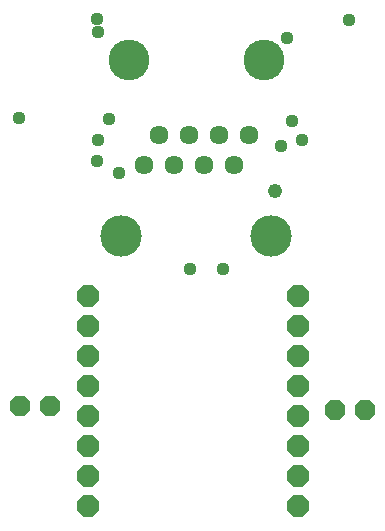
<source format=gbs>
G75*
%MOIN*%
%OFA0B0*%
%FSLAX24Y24*%
%IPPOS*%
%LPD*%
%AMOC8*
5,1,8,0,0,1.08239X$1,22.5*
%
%ADD10C,0.1380*%
%ADD11C,0.0634*%
%ADD12C,0.1360*%
%ADD13OC8,0.0674*%
%ADD14OC8,0.0740*%
%ADD15C,0.0440*%
%ADD16C,0.0480*%
D10*
X004066Y010625D03*
X009066Y010625D03*
D11*
X007816Y013000D03*
X006816Y013000D03*
X005816Y013000D03*
X004816Y013000D03*
X005316Y014000D03*
X006316Y014000D03*
X007316Y014000D03*
X008316Y014000D03*
D12*
X008816Y016500D03*
X004316Y016500D03*
D13*
X001691Y004975D03*
X000691Y004975D03*
X011191Y004850D03*
X012191Y004850D03*
D14*
X002941Y001625D03*
X002941Y002625D03*
X002941Y003625D03*
X002941Y004625D03*
X002941Y005625D03*
X002941Y006625D03*
X002941Y007625D03*
X002941Y008625D03*
X009941Y008625D03*
X009941Y007625D03*
X009941Y006625D03*
X009941Y005625D03*
X009941Y004625D03*
X009941Y003625D03*
X009941Y002625D03*
X009941Y001625D03*
D15*
X007441Y009525D03*
X006341Y009525D03*
X003991Y012725D03*
X003241Y013125D03*
X003291Y013825D03*
X003641Y014525D03*
X000641Y014575D03*
X003291Y017425D03*
X003241Y017875D03*
X009591Y017225D03*
X011641Y017825D03*
X009741Y014475D03*
X010091Y013825D03*
X009391Y013625D03*
D16*
X009191Y012125D03*
M02*

</source>
